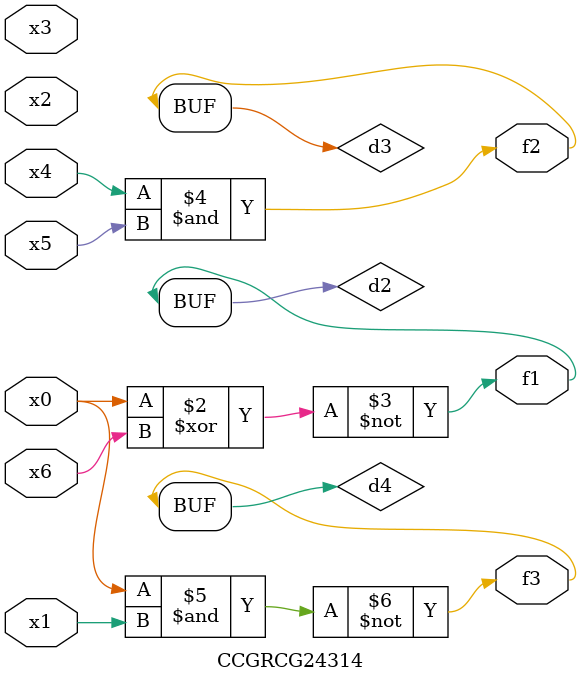
<source format=v>
module CCGRCG24314(
	input x0, x1, x2, x3, x4, x5, x6,
	output f1, f2, f3
);

	wire d1, d2, d3, d4;

	nor (d1, x0);
	xnor (d2, x0, x6);
	and (d3, x4, x5);
	nand (d4, x0, x1);
	assign f1 = d2;
	assign f2 = d3;
	assign f3 = d4;
endmodule

</source>
